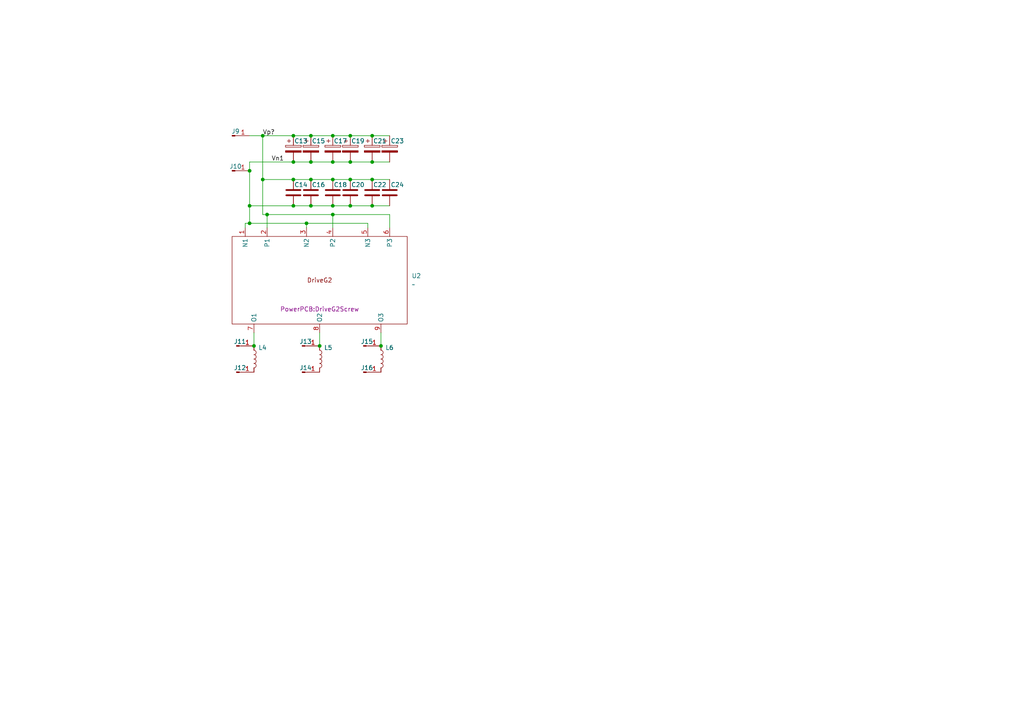
<source format=kicad_sch>
(kicad_sch (version 20250114) (generator "eeschema") (generator_version "9.0")
  (paper "A4")
  (lib_symbols
    (symbol "Connector:Conn_01x01_Pin" (pin_names (offset 1.016) (hide yes))
      (property "Reference" "J" (at 0 2.54 0))
      (property "Value" "Conn_01x01_Pin" (at 0 -2.54 0))
      (symbol "Conn_01x01_Pin_1_1"
        (rectangle (start 0.8636 0.127) (end 0 -0.127) (stroke (width 0.1524)) (fill (type outline)))
        (polyline (pts (xy 1.27 0) (xy 0.8636 0)) (stroke (width 0.1524)))
        (pin passive line (at 5.08 0 180) (length 3.81) (name "Pin_1") (number "1"))
      )
    )
    (symbol "Device:C" (pin_numbers (hide yes)) (pin_names (offset 0.254))
      (property "Reference" "C" (at 0.635 2.54 0))
      (property "Value" "C" (at 0.635 -2.54 0))
      (symbol "C_0_1"
        (polyline (pts (xy -2.032 0.762) (xy 2.032 0.762)) (stroke (width 0.508)))
        (polyline (pts (xy -2.032 -0.762) (xy 2.032 -0.762)) (stroke (width 0.508)))
      )
      (symbol "C_1_1"
        (pin passive line (at 0 3.81 270) (length 2.794) (name "~") (number "1"))
        (pin passive line (at 0 -3.81 90) (length 2.794) (name "~") (number "2"))
      )
    )
    (symbol "Device:C_Polarized" (pin_numbers (hide yes)) (pin_names (offset 0.254))
      (property "Reference" "C" (at 0.635 2.54 0))
      (property "Value" "C_Polarized" (at 0.635 -2.54 0))
      (symbol "C_Polarized_0_1"
        (rectangle (start -2.286 0.508) (end 2.286 1.016))
        (polyline (pts (xy -1.778 2.286) (xy -0.762 2.286)))
        (polyline (pts (xy -1.27 2.794) (xy -1.27 1.778)))
        (rectangle (start 2.286 -0.508) (end -2.286 -1.016) (fill (type outline)))
      )
      (symbol "C_Polarized_1_1"
        (pin passive line (at 0 3.81 270) (length 2.794) (name "~") (number "1"))
        (pin passive line (at 0 -3.81 90) (length 2.794) (name "~") (number "2"))
      )
    )
    (symbol "Device:L" (pin_numbers (hide yes)) (pin_names (offset 1.016) (hide yes))
      (property "Reference" "L" (at -1.27 0 90))
      (property "Value" "L" (at 1.905 0 90))
      (symbol "L_0_1"
        (arc (start 0 2.54) (mid 0.6323 1.905) (end 0 1.27))
        (arc (start 0 1.27) (mid 0.6323 0.635) (end 0 0))
        (arc (start 0 0) (mid 0.6323 -0.635) (end 0 -1.27))
        (arc (start 0 -1.27) (mid 0.6323 -1.905) (end 0 -2.54))
      )
      (symbol "L_1_1"
        (pin passive line (at 0 3.81 270) (length 1.27) (name "1") (number "1"))
        (pin passive line (at 0 -3.81 90) (length 1.27) (name "2") (number "2"))
      )
    )
    (symbol "PowerPCB:DriveG2"
      (property "Reference" "U" (at 0 -2.54 0))
      (symbol "DriveG2_0_1"
        (rectangle (start -25.4 25.4) (end 25.4 0))
      )
      (symbol "DriveG2_1_1"
        (text "DriveG2\n" (at 0 12.7 0) (effects (font (size 1.27 1.27))))
        (pin power_in line (at -21.59 27.94 270) (length 2.54) (name "N1") (number "1"))
        (pin power_out line (at -19.05 -2.54 90) (length 2.54) (name "O1") (number "7"))
        (pin power_in line (at -15.24 27.94 270) (length 2.54) (name "P1") (number "2"))
        (pin power_in line (at -3.81 27.94 270) (length 2.54) (name "N2") (number "3"))
        (pin power_out line (at 0 -2.54 90) (length 2.54) (name "O2") (number "8"))
        (pin power_in line (at 3.81 27.94 270) (length 2.54) (name "P2") (number "4"))
        (pin power_in line (at 13.97 27.94 270) (length 2.54) (name "N3") (number "5"))
        (pin power_out line (at 17.78 -2.54 90) (length 2.54) (name "O3") (number "9"))
        (pin power_in line (at 20.32 27.94 270) (length 2.54) (name "P3") (number "6"))
      )
    )
  )
  (junction (at 101.6 46.99))
  (junction (at 76.2 52.07))
  (junction (at 110.49 100.33))
  (junction (at 72.39 49.53))
  (junction (at 85.09 46.99))
  (junction (at 90.17 39.37))
  (junction (at 107.95 39.37))
  (junction (at 96.52 52.07))
  (junction (at 72.39 59.69))
  (junction (at 77.47 62.23))
  (junction (at 107.95 59.69))
  (junction (at 101.6 52.07))
  (junction (at 73.66 100.33))
  (junction (at 107.95 52.07))
  (junction (at 101.6 39.37))
  (junction (at 92.71 100.33))
  (junction (at 88.9 64.77))
  (junction (at 72.39 64.77))
  (junction (at 96.52 46.99))
  (junction (at 96.52 62.23))
  (junction (at 107.95 46.99))
  (junction (at 85.09 39.37))
  (junction (at 96.52 39.37))
  (junction (at 90.17 59.69))
  (junction (at 90.17 52.07))
  (junction (at 101.6 59.69))
  (junction (at 76.2 39.37))
  (junction (at 96.52 59.69))
  (junction (at 85.09 59.69))
  (junction (at 85.09 52.07))
  (junction (at 90.17 46.99))
  (wire (pts (xy 90.17 46.99) (xy 96.52 46.99)))
  (wire (pts (xy 101.6 46.99) (xy 107.95 46.99)))
  (wire (pts (xy 73.66 96.52) (xy 73.66 100.33)))
  (wire (pts (xy 72.39 46.99) (xy 72.39 49.53)))
  (wire (pts (xy 96.52 39.37) (xy 101.6 39.37)))
  (wire (pts (xy 101.6 39.37) (xy 107.95 39.37)))
  (wire (pts (xy 77.47 62.23) (xy 76.2 62.23)))
  (wire (pts (xy 96.52 62.23) (xy 77.47 62.23)))
  (wire (pts (xy 72.39 46.99) (xy 85.09 46.99)))
  (wire (pts (xy 76.2 39.37) (xy 72.39 39.37)))
  (wire (pts (xy 96.52 52.07) (xy 90.17 52.07)))
  (wire (pts (xy 113.03 66.04) (xy 113.03 62.23)))
  (wire (pts (xy 76.2 39.37) (xy 85.09 39.37)))
  (wire (pts (xy 76.2 39.37) (xy 76.2 52.07)))
  (wire (pts (xy 107.95 39.37) (xy 113.03 39.37)))
  (wire (pts (xy 107.95 52.07) (xy 101.6 52.07)))
  (wire (pts (xy 72.39 59.69) (xy 85.09 59.69)))
  (wire (pts (xy 72.39 64.77) (xy 72.39 59.69)))
  (wire (pts (xy 96.52 62.23) (xy 96.52 66.04)))
  (wire (pts (xy 96.52 59.69) (xy 101.6 59.69)))
  (wire (pts (xy 72.39 59.69) (xy 72.39 49.53)))
  (wire (pts (xy 106.68 66.04) (xy 106.68 64.77)))
  (wire (pts (xy 88.9 64.77) (xy 88.9 66.04)))
  (wire (pts (xy 101.6 59.69) (xy 107.95 59.69)))
  (wire (pts (xy 85.09 52.07) (xy 76.2 52.07)))
  (wire (pts (xy 90.17 52.07) (xy 85.09 52.07)))
  (wire (pts (xy 107.95 59.69) (xy 113.03 59.69)))
  (wire (pts (xy 96.52 46.99) (xy 101.6 46.99)))
  (wire (pts (xy 110.49 96.52) (xy 110.49 100.33)))
  (wire (pts (xy 88.9 64.77) (xy 72.39 64.77)))
  (wire (pts (xy 101.6 52.07) (xy 96.52 52.07)))
  (wire (pts (xy 85.09 46.99) (xy 90.17 46.99)))
  (wire (pts (xy 71.12 64.77) (xy 72.39 64.77)))
  (wire (pts (xy 76.2 52.07) (xy 76.2 62.23)))
  (wire (pts (xy 77.47 62.23) (xy 77.47 66.04)))
  (wire (pts (xy 90.17 39.37) (xy 96.52 39.37)))
  (wire (pts (xy 92.71 96.52) (xy 92.71 100.33)))
  (wire (pts (xy 113.03 62.23) (xy 96.52 62.23)))
  (wire (pts (xy 107.95 46.99) (xy 113.03 46.99)))
  (wire (pts (xy 85.09 59.69) (xy 90.17 59.69)))
  (wire (pts (xy 113.03 52.07) (xy 107.95 52.07)))
  (wire (pts (xy 71.12 66.04) (xy 71.12 64.77)))
  (wire (pts (xy 85.09 39.37) (xy 90.17 39.37)))
  (wire (pts (xy 90.17 59.69) (xy 96.52 59.69)))
  (wire (pts (xy 106.68 64.77) (xy 88.9 64.77)))
  (label "Vp?" (at 76.2 39.37 0))
  (label "Vn1" (at 78.74 46.99 0))
  (symbol (lib_id "Device:C_Polarized") (at 101.6 43.18 0) (unit 1)
    (property "Reference" "C19" (at 101.854 40.894 0) (effects (justify left)))
    (property "Value" "C_Polarized" (effects (hide yes)))
    (property "Footprint" "PowerComponentLibrary:C_Wurth_WCAP-FTDB-L42W35H50" (effects (hide yes)))
    (property "Description" "Polarized capacitor" (effects (hide yes)))
    (instances (project "PowerDistrobution2L" (path "" (reference "C19") (unit 1)) (path "" (reference "C31") (unit 1)) (path "" (reference "C55") (unit 1)) (path "" (reference "C43") (unit 1))))
  )
  (symbol (lib_id "Device:C") (at 85.09 55.88 0) (unit 1)
    (property "Reference" "C14" (at 85.344 53.594 0) (effects (justify left)))
    (property "Value" "C" (effects (hide yes)))
    (property "Footprint" "Capacitor_SMD:C_2220_5750Metric_Pad1.97x5.40mm_HandSolder" (effects (hide yes)))
    (property "Description" "Unpolarized capacitor" (effects (hide yes)))
    (instances (project "PowerDistrobution2L" (path "" (reference "C14") (unit 1)) (path "" (reference "C26") (unit 1)) (path "" (reference "C50") (unit 1)) (path "" (reference "C38") (unit 1))))
  )
  (symbol (lib_id "Connector:Conn_01x01_Pin") (at 87.63 100.33 0) (unit 1)
    (property "Reference" "J13" (at 88.646 99.06 0))
    (property "Value" "Conn_01x01_Pin" (effects (hide yes)))
    (property "Footprint" "PowerComponentLibrary:Wuerth_REDCUBE-THR_WP-THRSH_74651175_THR" (effects (hide yes)))
    (property "Description" "Generic connector, single row, 01x01, script generated" (effects (hide yes)))
    (instances (project "PowerDistrobution2L" (path "" (reference "J13") (unit 1)) (path "" (reference "J21") (unit 1)) (path "" (reference "J37") (unit 1)) (path "" (reference "J29") (unit 1))))
  )
  (symbol (lib_id "Device:C") (at 107.95 55.88 0) (unit 1)
    (property "Reference" "C22" (at 108.204 53.594 0) (effects (justify left)))
    (property "Value" "C" (effects (hide yes)))
    (property "Footprint" "Capacitor_SMD:C_2220_5750Metric_Pad1.97x5.40mm_HandSolder" (effects (hide yes)))
    (property "Description" "Unpolarized capacitor" (effects (hide yes)))
    (instances (project "PowerDistrobution2L" (path "" (reference "C22") (unit 1)) (path "" (reference "C34") (unit 1)) (path "" (reference "C58") (unit 1)) (path "" (reference "C46") (unit 1))))
  )
  (symbol (lib_id "Connector:Conn_01x01_Pin") (at 87.63 107.95 0) (unit 1)
    (property "Reference" "J14" (at 88.646 106.68 0))
    (property "Value" "Conn_01x01_Pin" (effects (hide yes)))
    (property "Footprint" "PowerComponentLibrary:Wuerth_REDCUBE-THR_WP-THRSH_74651175_THR" (effects (hide yes)))
    (property "Description" "Generic connector, single row, 01x01, script generated" (effects (hide yes)))
    (instances (project "PowerDistrobution2L" (path "" (reference "J14") (unit 1)) (path "" (reference "J22") (unit 1)) (path "" (reference "J38") (unit 1)) (path "" (reference "J30") (unit 1))))
  )
  (symbol (lib_id "Device:C") (at 113.03 55.88 0) (unit 1)
    (property "Reference" "C24" (at 113.284 53.594 0) (effects (justify left)))
    (property "Value" "C" (effects (hide yes)))
    (property "Footprint" "Capacitor_SMD:C_2220_5750Metric_Pad1.97x5.40mm_HandSolder" (effects (hide yes)))
    (property "Description" "Unpolarized capacitor" (effects (hide yes)))
    (instances (project "PowerDistrobution2L" (path "" (reference "C24") (unit 1)) (path "" (reference "C36") (unit 1)) (path "" (reference "C60") (unit 1)) (path "" (reference "C48") (unit 1))))
  )
  (symbol (lib_id "Device:C") (at 90.17 55.88 0) (unit 1)
    (property "Reference" "C16" (at 90.424 53.594 0) (effects (justify left)))
    (property "Value" "C" (effects (hide yes)))
    (property "Footprint" "Capacitor_SMD:C_2220_5750Metric_Pad1.97x5.40mm_HandSolder" (effects (hide yes)))
    (property "Description" "Unpolarized capacitor" (effects (hide yes)))
    (instances (project "PowerDistrobution2L" (path "" (reference "C16") (unit 1)) (path "" (reference "C28") (unit 1)) (path "" (reference "C52") (unit 1)) (path "" (reference "C40") (unit 1))))
  )
  (symbol (lib_id "Connector:Conn_01x01_Pin") (at 105.41 107.95 0) (unit 1)
    (property "Reference" "J16" (at 106.426 106.68 0))
    (property "Value" "Conn_01x01_Pin" (effects (hide yes)))
    (property "Footprint" "PowerComponentLibrary:Wuerth_REDCUBE-THR_WP-THRSH_74651175_THR" (effects (hide yes)))
    (property "Description" "Generic connector, single row, 01x01, script generated" (effects (hide yes)))
    (instances (project "PowerDistrobution2L" (path "" (reference "J16") (unit 1)) (path "" (reference "J24") (unit 1)) (path "" (reference "J40") (unit 1)) (path "" (reference "J32") (unit 1))))
  )
  (symbol (lib_id "Connector:Conn_01x01_Pin") (at 68.58 100.33 0) (unit 1)
    (property "Reference" "J11" (at 69.596 99.06 0))
    (property "Value" "Conn_01x01_Pin" (effects (hide yes)))
    (property "Footprint" "PowerComponentLibrary:Wuerth_REDCUBE-THR_WP-THRSH_74651175_THR" (effects (hide yes)))
    (property "Description" "'" (effects (hide yes)))
    (instances (project "PowerDistrobution2L" (path "" (reference "J11") (unit 1)) (path "" (reference "J19") (unit 1)) (path "" (reference "J35") (unit 1)) (path "" (reference "J27") (unit 1))))
  )
  (symbol (lib_id "PowerPCB:DriveG2") (at 92.71 93.98 0) (unit 1)
    (property "Reference" "U2" (at 119.38 80.0099 0) (effects (justify left)))
    (property "Value" "~" (at 119.38 82.5499 0) (effects (justify left)))
    (property "Footprint" "PowerPCB:DriveG2Screw" (at 92.71 89.662 0))
    (instances (project "PowerDistrobution2L" (path "" (reference "U2") (unit 1)) (path "" (reference "U3") (unit 1)) (path "" (reference "U5") (unit 1)) (path "" (reference "U4") (unit 1))))
  )
  (symbol (lib_id "Connector:Conn_01x01_Pin") (at 67.31 39.37 0) (unit 1)
    (property "Reference" "J9" (at 68.326 38.1 0))
    (property "Value" "Conn_01x01_Pin" (effects (hide yes)))
    (property "Footprint" "PowerComponentLibrary:Wuerth_REDCUBE-THR_WP-THRSH_74651175_THR" (effects (hide yes)))
    (property "Description" "Generic connector, single row, 01x01, script generated" (effects (hide yes)))
    (instances (project "PowerDistrobution2L" (path "" (reference "J9") (unit 1)) (path "" (reference "J17") (unit 1)) (path "" (reference "J33") (unit 1)) (path "" (reference "J25") (unit 1))))
  )
  (symbol (lib_id "Connector:Conn_01x01_Pin") (at 105.41 100.33 0) (unit 1)
    (property "Reference" "J15" (at 106.426 99.06 0))
    (property "Value" "Conn_01x01_Pin" (effects (hide yes)))
    (property "Footprint" "PowerComponentLibrary:Wuerth_REDCUBE-THR_WP-THRSH_74651175_THR" (effects (hide yes)))
    (property "Description" "Generic connector, single row, 01x01, script generated" (effects (hide yes)))
    (instances (project "PowerDistrobution2L" (path "" (reference "J15") (unit 1)) (path "" (reference "J23") (unit 1)) (path "" (reference "J39") (unit 1)) (path "" (reference "J31") (unit 1))))
  )
  (symbol (lib_id "Connector:Conn_01x01_Pin") (at 68.58 107.95 0) (unit 1)
    (property "Reference" "J12" (at 69.596 106.68 0))
    (property "Value" "Conn_01x01_Pin" (effects (hide yes)))
    (property "Footprint" "PowerComponentLibrary:Wuerth_REDCUBE-THR_WP-THRSH_74651175_THR" (effects (hide yes)))
    (property "Description" "Generic connector, single row, 01x01, script generated" (effects (hide yes)))
    (instances (project "PowerDistrobution2L" (path "" (reference "J12") (unit 1)) (path "" (reference "J20") (unit 1)) (path "" (reference "J36") (unit 1)) (path "" (reference "J28") (unit 1))))
  )
  (symbol (lib_id "Device:C_Polarized") (at 113.03 43.18 0) (unit 1)
    (property "Reference" "C23" (at 113.284 40.894 0) (effects (justify left)))
    (property "Value" "C_Polarized" (effects (hide yes)))
    (property "Footprint" "PowerComponentLibrary:C_Wurth_WCAP-FTDB-L42W35H50" (effects (hide yes)))
    (property "Description" "Polarized capacitor" (effects (hide yes)))
    (instances (project "PowerDistrobution2L" (path "" (reference "C23") (unit 1)) (path "" (reference "C35") (unit 1)) (path "" (reference "C59") (unit 1)) (path "" (reference "C47") (unit 1))))
  )
  (symbol (lib_id "Device:L") (at 110.49 104.14 0) (unit 1)
    (property "Reference" "L6" (at 111.76 100.838 0) (effects (justify left)))
    (property "Value" "L" (effects (hide yes)))
    (property "Footprint" "PowerPCB:Inductor" (effects (hide yes)))
    (property "Description" "Inductor" (effects (hide yes)))
    (instances (project "PowerDistrobution2L" (path "" (reference "L6") (unit 1)) (path "" (reference "L9") (unit 1)) (path "" (reference "L15") (unit 1)) (path "" (reference "L12") (unit 1))))
  )
  (symbol (lib_id "Device:L") (at 92.71 104.14 0) (unit 1)
    (property "Reference" "L5" (at 93.98 100.838 0) (effects (justify left)))
    (property "Value" "L" (effects (hide yes)))
    (property "Footprint" "PowerPCB:Inductor" (effects (hide yes)))
    (property "Description" "Inductor" (effects (hide yes)))
    (instances (project "PowerDistrobution2L" (path "" (reference "L5") (unit 1)) (path "" (reference "L8") (unit 1)) (path "" (reference "L14") (unit 1)) (path "" (reference "L11") (unit 1))))
  )
  (symbol (lib_id "Device:C_Polarized") (at 96.52 43.18 0) (unit 1)
    (property "Reference" "C17" (at 96.774 40.894 0) (effects (justify left)))
    (property "Value" "C_Polarized" (effects (hide yes)))
    (property "Footprint" "Capacitor_THT:CP_Radial_D25.0mm_P10.00mm_SnapIn" (effects (hide yes)))
    (property "Description" "Polarized capacitor" (effects (hide yes)))
    (instances (project "PowerDistrobution2L" (path "" (reference "C17") (unit 1)) (path "" (reference "C29") (unit 1)) (path "" (reference "C53") (unit 1)) (path "" (reference "C41") (unit 1))))
  )
  (symbol (lib_id "Device:C") (at 101.6 55.88 0) (unit 1)
    (property "Reference" "C20" (at 101.854 53.594 0) (effects (justify left)))
    (property "Value" "C" (effects (hide yes)))
    (property "Footprint" "Capacitor_SMD:C_2220_5750Metric_Pad1.97x5.40mm_HandSolder" (effects (hide yes)))
    (property "Description" "Unpolarized capacitor" (effects (hide yes)))
    (instances (project "PowerDistrobution2L" (path "" (reference "C20") (unit 1)) (path "" (reference "C32") (unit 1)) (path "" (reference "C56") (unit 1)) (path "" (reference "C44") (unit 1))))
  )
  (symbol (lib_id "Device:C_Polarized") (at 85.09 43.18 0) (unit 1)
    (property "Reference" "C13" (at 85.344 40.894 0) (effects (justify left)))
    (property "Value" "C_Polarized" (effects (hide yes)))
    (property "Footprint" "Capacitor_THT:CP_Radial_D25.0mm_P10.00mm_SnapIn" (effects (hide yes)))
    (property "Description" "Polarized capacitor" (effects (hide yes)))
    (instances (project "PowerDistrobution2L" (path "" (reference "C13") (unit 1)) (path "" (reference "C25") (unit 1)) (path "" (reference "C49") (unit 1)) (path "" (reference "C37") (unit 1))))
  )
  (symbol (lib_id "Device:L") (at 73.66 104.14 0) (unit 1)
    (property "Reference" "L4" (at 74.93 100.838 0) (effects (justify left)))
    (property "Value" "L" (effects (hide yes)))
    (property "Footprint" "PowerPCB:Inductor" (effects (hide yes)))
    (property "Description" "Inductor" (effects (hide yes)))
    (instances (project "PowerDistrobution2L" (path "" (reference "L4") (unit 1)) (path "" (reference "L7") (unit 1)) (path "" (reference "L13") (unit 1)) (path "" (reference "L10") (unit 1))))
  )
  (symbol (lib_id "Device:C_Polarized") (at 90.17 43.18 0) (unit 1)
    (property "Reference" "C15" (at 90.424 40.894 0) (effects (justify left)))
    (property "Value" "C_Polarized" (effects (hide yes)))
    (property "Footprint" "PowerComponentLibrary:C_Wurth_WCAP-FTDB-L42W35H50" (effects (hide yes)))
    (property "Description" "Polarized capacitor" (effects (hide yes)))
    (instances (project "PowerDistrobution2L" (path "" (reference "C15") (unit 1)) (path "" (reference "C27") (unit 1)) (path "" (reference "C51") (unit 1)) (path "" (reference "C39") (unit 1))))
  )
  (symbol (lib_id "Device:C_Polarized") (at 107.95 43.18 0) (unit 1)
    (property "Reference" "C21" (at 108.204 40.894 0) (effects (justify left)))
    (property "Value" "C_Polarized" (effects (hide yes)))
    (property "Footprint" "Capacitor_THT:CP_Radial_D25.0mm_P10.00mm_SnapIn" (effects (hide yes)))
    (property "Description" "Polarized capacitor" (effects (hide yes)))
    (instances (project "PowerDistrobution2L" (path "" (reference "C21") (unit 1)) (path "" (reference "C33") (unit 1)) (path "" (reference "C57") (unit 1)) (path "" (reference "C45") (unit 1))))
  )
  (symbol (lib_id "Device:C") (at 96.52 55.88 0) (unit 1)
    (property "Reference" "C18" (at 96.774 53.594 0) (effects (justify left)))
    (property "Value" "C" (effects (hide yes)))
    (property "Footprint" "Capacitor_SMD:C_2220_5750Metric_Pad1.97x5.40mm_HandSolder" (effects (hide yes)))
    (property "Description" "Unpolarized capacitor" (effects (hide yes)))
    (instances (project "PowerDistrobution2L" (path "" (reference "C18") (unit 1)) (path "" (reference "C30") (unit 1)) (path "" (reference "C54") (unit 1)) (path "" (reference "C42") (unit 1))))
  )
  (symbol (lib_id "Connector:Conn_01x01_Pin") (at 67.31 49.53 0) (unit 1)
    (property "Reference" "J10" (at 68.326 48.26 0))
    (property "Value" "Conn_01x01_Pin" (effects (hide yes)))
    (property "Footprint" "PowerComponentLibrary:Wuerth_REDCUBE-THR_WP-THRSH_74651175_THR" (effects (hide yes)))
    (property "Description" "Generic connector, single row, 01x01, script generated" (effects (hide yes)))
    (instances (project "PowerDistrobution2L" (path "" (reference "J10") (unit 1)) (path "" (reference "J18") (unit 1)) (path "" (reference "J34") (unit 1)) (path "" (reference "J26") (unit 1))))
  )
)
</source>
